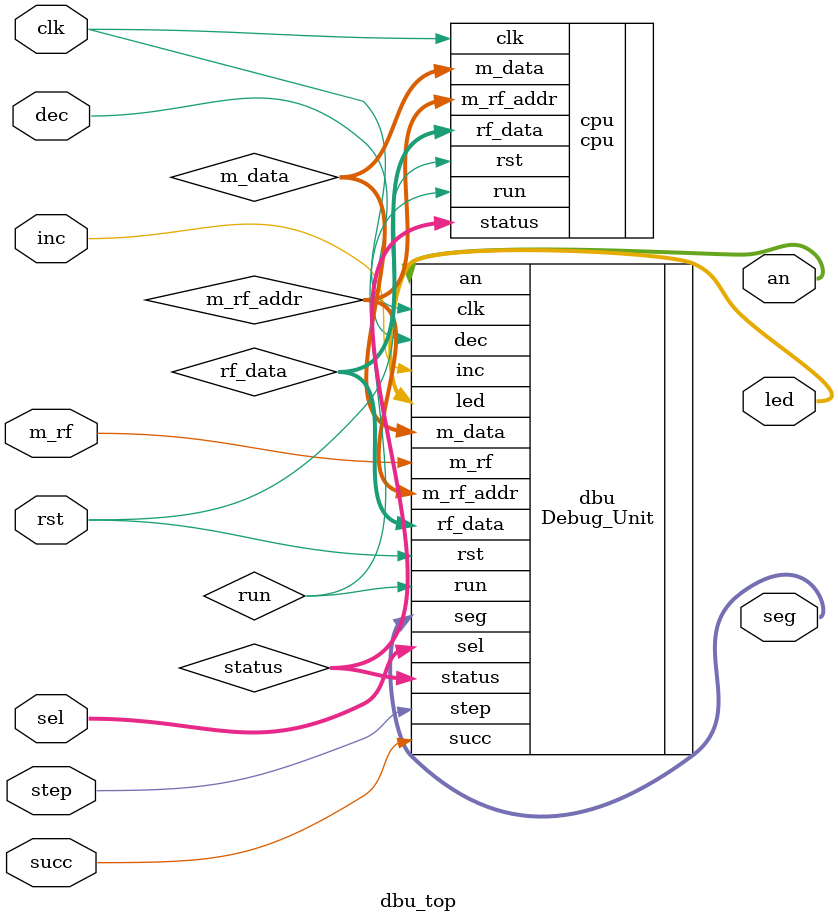
<source format=v>
`timescale 1ns / 1ps


module dbu_top(
    input clk,rst,  //时钟，复位
    input succ,step,    //连续执行，单步执行
    input m_rf,inc,dec, //M/R选择，地址加减
    input [2:0] sel,    //输出控制
    output [15:0] led,  //led
    output [7:0] an,    //seven segment enable
    output [7:0] seg    //seven segment output
    );

    wire run;
    wire [207:0] status;
    wire [31:0] m_data,rf_data;
    wire [7:0] m_rf_addr;

    Debug_Unit dbu(
        .clk            (clk        ),
        .rst            (rst        ),
        .succ           (succ       ),
        .step           (step       ),
        .sel            (sel        ),
        .m_rf           (m_rf       ),
        .inc            (inc        ),
        .dec            (dec        ),
        .status         (status     ),
        .m_data         (m_data     ),
        .rf_data        (rf_data    ),
        .run            (run        ),
        .m_rf_addr      (m_rf_addr  ),
        .led            (led        ),
        .an             (an         ),
        .seg            (seg        )
    );

    cpu cpu(
        .clk            (clk        ),
        .rst            (rst        ),
        .run            (run        ),
        .m_rf_addr      (m_rf_addr  ),
        .status         (status     ),
        .m_data         (m_data     ),
        .rf_data        (rf_data    )
    );

endmodule

</source>
